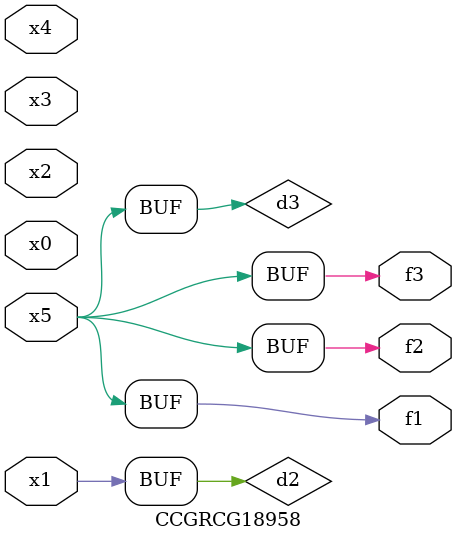
<source format=v>
module CCGRCG18958(
	input x0, x1, x2, x3, x4, x5,
	output f1, f2, f3
);

	wire d1, d2, d3;

	not (d1, x5);
	or (d2, x1);
	xnor (d3, d1);
	assign f1 = d3;
	assign f2 = d3;
	assign f3 = d3;
endmodule

</source>
